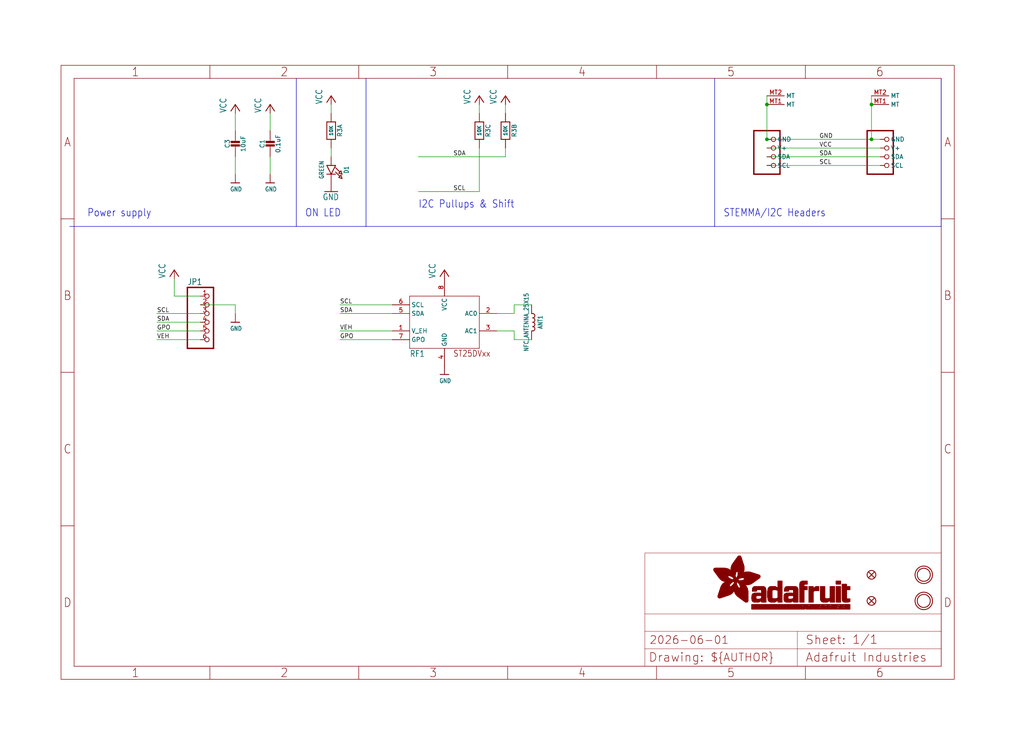
<source format=kicad_sch>
(kicad_sch (version 20230121) (generator eeschema)
  (paper "User" 298.45 217.322)
  (lib_symbols
    (symbol "working-eagle-import:CAP_CERAMIC0603_NO"
      (property "Reference" "C" (at -2.29 1.25 90))
      (symbol "CAP_CERAMIC0603_NO_1_0"
        (pin passive line (at 0 5.08 270) (length 2.54) (name "1") (number "1"))
        (pin passive line (at 0 -2.54 90) (length 2.54) (name "2") (number "2"))
      )
    )
    (symbol "working-eagle-import:CAP_CERAMIC0805-NOOUTLINE"
      (property "Reference" "C" (at -2.29 1.25 90))
      (symbol "CAP_CERAMIC0805-NOOUTLINE_1_0"
        (pin passive line (at 0 5.08 270) (length 2.54) (name "1") (number "1"))
        (pin passive line (at 0 -2.54 90) (length 2.54) (name "2") (number "2"))
      )
    )
    (symbol "working-eagle-import:FIDUCIAL_1MM")
    (symbol "working-eagle-import:FRAME_A4_ADAFRUIT"
      (symbol "FRAME_A4_ADAFRUIT_1_0"
        (text "${#}/${##}" (at 230.505 10.16 0) (effects (font (size 2.54 2.54)) (justify left bottom)))
        (text "${AUTHOR}" (at 189.23 5.08 0) (effects (font (size 2.286 2.286)) (justify left bottom)))
        (text "${CURRENT_DATE}" (at 171.45 10.16 0) (effects (font (size 2.286 2.286)) (justify left bottom)))
        (text "${PROJECTNAME}" (at 171.45 15.24 0) (effects (font (size 2.54 2.54)) (justify left bottom)))
        (text "1" (at 21.6958 1.905 0) (effects (font (size 2.54 2.286))))
        (text "1" (at 21.6958 177.165 0) (effects (font (size 2.54 2.286))))
        (text "2" (at 65.0875 1.905 0) (effects (font (size 2.54 2.286))))
        (text "2" (at 65.0875 177.165 0) (effects (font (size 2.54 2.286))))
        (text "3" (at 108.4792 1.905 0) (effects (font (size 2.54 2.286))))
        (text "3" (at 108.4792 177.165 0) (effects (font (size 2.54 2.286))))
        (text "4" (at 151.8708 1.905 0) (effects (font (size 2.54 2.286))))
        (text "4" (at 151.8708 177.165 0) (effects (font (size 2.54 2.286))))
        (text "5" (at 195.2625 1.905 0) (effects (font (size 2.54 2.286))))
        (text "5" (at 195.2625 177.165 0) (effects (font (size 2.54 2.286))))
        (text "6" (at 238.6542 1.905 0) (effects (font (size 2.54 2.286))))
        (text "6" (at 238.6542 177.165 0) (effects (font (size 2.54 2.286))))
        (text "A" (at 1.905 156.6863 0) (effects (font (size 2.54 2.286))))
        (text "A" (at 258.445 156.6863 0) (effects (font (size 2.54 2.286))))
        (text "Adafruit Industries" (at 216.916 4.953 0) (effects (font (size 2.54 2.54)) (justify left bottom)))
        (text "B" (at 1.905 111.9188 0) (effects (font (size 2.54 2.286))))
        (text "B" (at 258.445 111.9188 0) (effects (font (size 2.54 2.286))))
        (text "C" (at 1.905 67.1513 0) (effects (font (size 2.54 2.286))))
        (text "C" (at 258.445 67.1513 0) (effects (font (size 2.54 2.286))))
        (text "D" (at 1.905 22.3838 0) (effects (font (size 2.54 2.286))))
        (text "D" (at 258.445 22.3838 0) (effects (font (size 2.54 2.286))))
        (text "Drawing:" (at 171.196 4.953 0) (effects (font (size 2.54 2.54)) (justify left bottom)))
        (text "Sheet:" (at 216.916 10.033 0) (effects (font (size 2.54 2.54)) (justify left bottom)))
      )
    )
    (symbol "working-eagle-import:GND" (power)
      (property "Value" "GND" (at -1.524 -2.54 0))
      (symbol "GND_1_0"
        (pin power_in line (at 0 2.54 270) (length 2.54) (name "GND") (number "1"))
      )
    )
    (symbol "working-eagle-import:HEADER-1X670MIL"
      (property "Reference" "JP" (at -6.35 10.795 0))
      (symbol "HEADER-1X670MIL_1_0"
        (pin passive inverted (at -2.54 7.62 0) (length 2.54) (name "1") (number "1"))
        (pin passive inverted (at -2.54 5.08 0) (length 2.54) (name "2") (number "2"))
        (pin passive inverted (at -2.54 2.54 0) (length 2.54) (name "3") (number "3"))
        (pin passive inverted (at -2.54 0 0) (length 2.54) (name "4") (number "4"))
        (pin passive inverted (at -2.54 -2.54 0) (length 2.54) (name "5") (number "5"))
        (pin passive inverted (at -2.54 -5.08 0) (length 2.54) (name "6") (number "6"))
      )
    )
    (symbol "working-eagle-import:LED0603_NOOUTLINE"
      (property "Reference" "D" (at -1.27 4.445 0))
      (symbol "LED0603_NOOUTLINE_1_0"
        (pin passive line (at -5.08 0 0) (length 2.54) (name "A") (number "A"))
        (pin passive line (at 2.54 0 180) (length 2.54) (name "C") (number "C"))
      )
    )
    (symbol "working-eagle-import:MOUNTINGHOLE2.5")
    (symbol "working-eagle-import:NFC_ANTENNA_25X15"
      (property "Reference" "ANT" (at 0 2.54 0))
      (symbol "NFC_ANTENNA_25X15_1_0"
        (pin passive line (at -5.08 0 0) (length 2.54) (name "1") (number "P$1"))
        (pin passive line (at 5.08 0 180) (length 2.54) (name "2") (number "P$2"))
      )
    )
    (symbol "working-eagle-import:RESISTOR_4PACK"
      (property "Reference" "R" (at 0 2.54 0))
      (symbol "RESISTOR_4PACK_1_0"
        (pin passive line (at -5.08 0 0) (length 2.54) (name "1") (number "1"))
        (pin passive line (at 5.08 0 180) (length 2.54) (name "2") (number "8"))
      )
      (symbol "RESISTOR_4PACK_2_0"
        (pin passive line (at -5.08 0 0) (length 2.54) (name "1") (number "2"))
        (pin passive line (at 5.08 0 180) (length 2.54) (name "2") (number "7"))
      )
      (symbol "RESISTOR_4PACK_3_0"
        (pin passive line (at -5.08 0 0) (length 2.54) (name "1") (number "3"))
        (pin passive line (at 5.08 0 180) (length 2.54) (name "2") (number "6"))
      )
      (symbol "RESISTOR_4PACK_4_0"
        (pin passive line (at -5.08 0 0) (length 2.54) (name "1") (number "4"))
        (pin passive line (at 5.08 0 180) (length 2.54) (name "2") (number "5"))
      )
    )
    (symbol "working-eagle-import:ST25DVXX_TSSOP"
      (property "Reference" "RF" (at -10.16 -10.16 0))
      (symbol "ST25DVXX_TSSOP_1_0"
        (text "ST25DVxx" (at 2.54 -10.16 0) (effects (font (size 1.778 1.5113)) (justify left bottom)))
        (pin output line (at -15.24 -2.54 0) (length 5.08) (name "V_EH") (number "1"))
        (pin passive line (at 15.24 2.54 180) (length 5.08) (name "AC0") (number "2"))
        (pin passive line (at 15.24 -2.54 180) (length 5.08) (name "AC1") (number "3"))
        (pin power_in line (at 0 -12.7 90) (length 5.08) (name "GND") (number "4"))
        (pin bidirectional line (at -15.24 2.54 0) (length 5.08) (name "SDA") (number "5"))
        (pin bidirectional line (at -15.24 5.08 0) (length 5.08) (name "SCL") (number "6"))
        (pin output line (at -15.24 -5.08 0) (length 5.08) (name "GPO") (number "7"))
        (pin power_in line (at 0 12.7 270) (length 5.08) (name "VCC") (number "8"))
      )
    )
    (symbol "working-eagle-import:STEMMA_I2C_QT"
      (symbol "STEMMA_I2C_QT_1_0"
        (pin passive inverted (at 0 5.08 0) (length 2.54) (name "GND") (number "1"))
        (pin passive inverted (at 0 2.54 0) (length 2.54) (name "V+") (number "2"))
        (pin passive inverted (at 0 0 0) (length 2.54) (name "SDA") (number "3"))
        (pin passive inverted (at 0 -2.54 0) (length 2.54) (name "SCL") (number "4"))
      )
      (symbol "STEMMA_I2C_QT_2_0"
        (pin bidirectional line (at 0 0 0) (length 5.08) (name "MT") (number "MT1"))
      )
      (symbol "STEMMA_I2C_QT_3_0"
        (pin bidirectional line (at 0 0 0) (length 5.08) (name "MT") (number "MT2"))
      )
    )
    (symbol "working-eagle-import:VCC" (power)
      (property "Value" "VCC" (at -2.54 -2.54 90))
      (symbol "VCC_1_0"
        (pin power_in line (at 0 -2.54 90) (length 2.54) (name "VCC") (number "1"))
      )
    )
    (symbol "working-eagle-import:supply1_GND" (power)
      (property "Value" "supply1_GND" (at -2.54 -2.54 0))
      (symbol "supply1_GND_1_0"
        (pin power_in line (at 0 2.54 270) (length 2.54) (name "GND") (number "1"))
      )
    )
  )
  (junction (at 223.52 40.64))
  (junction (at 254 40.64))
  (junction (at 223.52 30.48))
  (junction (at 254 30.48))
  (wire (pts (xy 154.94 88.9) (xy 149.86 88.9)) (stroke (width 0.1524)))
  (polyline (pts (xy 208.28 22.86) (xy 208.28 66.04)) (stroke (width 0.1524) (type solid)))
  (wire (pts (xy 149.86 99.06) (xy 154.94 99.06)) (stroke (width 0.1524)))
  (wire (pts (xy 58.42 93.98) (xy 45.72 93.98)) (stroke (width 0.1524)))
  (wire (pts (xy 223.52 48.26) (xy 256.54 48.26)) (stroke (width 0.1524)))
  (wire (pts (xy 68.58 88.9) (xy 68.58 91.44)) (stroke (width 0.1524)))
  (wire (pts (xy 144.78 96.52) (xy 149.86 96.52)) (stroke (width 0.1524)))
  (wire (pts (xy 68.58 45.72) (xy 68.58 50.8)) (stroke (width 0.1524)))
  (wire (pts (xy 58.42 91.44) (xy 45.72 91.44)) (stroke (width 0.1524)))
  (wire (pts (xy 99.06 99.06) (xy 114.3 99.06)) (stroke (width 0.1524)))
  (wire (pts (xy 139.7 43.18) (xy 139.7 55.88)) (stroke (width 0.1524)))
  (wire (pts (xy 68.58 33.02) (xy 68.58 38.1)) (stroke (width 0.1524)))
  (wire (pts (xy 114.3 96.52) (xy 99.06 96.52)) (stroke (width 0.1524)))
  (wire (pts (xy 139.7 30.48) (xy 139.7 33.02)) (stroke (width 0.1524)))
  (polyline (pts (xy 208.28 66.04) (xy 274.32 66.04)) (stroke (width 0.1524) (type solid)))
  (wire (pts (xy 114.3 88.9) (xy 99.06 88.9)) (stroke (width 0.1524)))
  (wire (pts (xy 58.42 96.52) (xy 45.72 96.52)) (stroke (width 0.1524)))
  (wire (pts (xy 223.52 27.94) (xy 223.52 30.48)) (stroke (width 0.1524)))
  (polyline (pts (xy 274.32 22.86) (xy 274.32 66.04)) (stroke (width 0.1524) (type solid)))
  (wire (pts (xy 149.86 91.44) (xy 144.78 91.44)) (stroke (width 0.1524)))
  (wire (pts (xy 256.54 40.64) (xy 254 40.64)) (stroke (width 0.1524)))
  (polyline (pts (xy 86.36 22.86) (xy 86.36 66.04)) (stroke (width 0.1524) (type solid)))
  (wire (pts (xy 147.32 45.72) (xy 121.92 45.72)) (stroke (width 0.1524)))
  (wire (pts (xy 78.74 45.72) (xy 78.74 50.8)) (stroke (width 0.1524)))
  (wire (pts (xy 256.54 45.72) (xy 223.52 45.72)) (stroke (width 0.1524)))
  (wire (pts (xy 78.74 33.02) (xy 78.74 38.1)) (stroke (width 0.1524)))
  (wire (pts (xy 147.32 43.18) (xy 147.32 45.72)) (stroke (width 0.1524)))
  (polyline (pts (xy 20.32 66.04) (xy 86.36 66.04)) (stroke (width 0.1524) (type solid)))
  (wire (pts (xy 50.8 86.36) (xy 50.8 81.28)) (stroke (width 0.1524)))
  (wire (pts (xy 147.32 33.02) (xy 147.32 30.48)) (stroke (width 0.1524)))
  (wire (pts (xy 254 30.48) (xy 254 40.64)) (stroke (width 0.1524)))
  (wire (pts (xy 254 27.94) (xy 254 30.48)) (stroke (width 0.1524)))
  (polyline (pts (xy 106.68 22.86) (xy 106.68 66.04)) (stroke (width 0.1524) (type solid)))
  (wire (pts (xy 96.52 30.48) (xy 96.52 33.02)) (stroke (width 0.1524)))
  (wire (pts (xy 149.86 96.52) (xy 149.86 99.06)) (stroke (width 0.1524)))
  (wire (pts (xy 139.7 55.88) (xy 121.92 55.88)) (stroke (width 0.1524)))
  (polyline (pts (xy 86.36 66.04) (xy 106.68 66.04)) (stroke (width 0.1524) (type solid)))
  (wire (pts (xy 223.52 43.18) (xy 256.54 43.18)) (stroke (width 0.1524)))
  (wire (pts (xy 223.52 30.48) (xy 223.52 40.64)) (stroke (width 0.1524)))
  (wire (pts (xy 99.06 91.44) (xy 114.3 91.44)) (stroke (width 0.1524)))
  (wire (pts (xy 58.42 99.06) (xy 45.72 99.06)) (stroke (width 0.1524)))
  (wire (pts (xy 254 40.64) (xy 223.52 40.64)) (stroke (width 0.1524)))
  (polyline (pts (xy 106.68 66.04) (xy 208.28 66.04)) (stroke (width 0.1524) (type solid)))
  (wire (pts (xy 58.42 88.9) (xy 68.58 88.9)) (stroke (width 0.1524)))
  (wire (pts (xy 96.52 45.72) (xy 96.52 43.18)) (stroke (width 0.1524)))
  (wire (pts (xy 58.42 86.36) (xy 50.8 86.36)) (stroke (width 0.1524)))
  (wire (pts (xy 149.86 88.9) (xy 149.86 91.44)) (stroke (width 0.1524)))
  (text "ON LED" (at 88.9 63.5 0) (effects (font (size 2.1844 1.8567)) (justify left bottom)))
  (text "I2C Pullups & Shift" (at 121.92 60.96 0) (effects (font (size 2.1844 1.8567)) (justify left bottom)))
  (text "STEMMA/I2C Headers" (at 210.82 63.5 0) (effects (font (size 2.1844 1.8567)) (justify left bottom)))
  (text "Power supply" (at 25.4 63.5 0) (effects (font (size 2.1844 1.8567)) (justify left bottom)))
  (label "SDA" (at 45.72 93.98 0) (effects (font (size 1.2446 1.2446))))
  (label "SDA" (at 99.06 91.44 0) (effects (font (size 1.2446 1.2446))))
  (label "SCL" (at 132.08 55.88 0) (effects (font (size 1.2446 1.2446))))
  (label "SCL" (at 238.76 48.26 0) (effects (font (size 1.2446 1.2446))))
  (label "VEH" (at 99.06 96.52 0) (effects (font (size 1.2446 1.2446))))
  (label "VCC" (at 238.76 43.18 0) (effects (font (size 1.2446 1.2446))))
  (label "SDA" (at 238.76 45.72 0) (effects (font (size 1.2446 1.2446))))
  (label "GND" (at 238.76 40.64 0) (effects (font (size 1.2446 1.2446))))
  (label "GPO" (at 45.72 96.52 0) (effects (font (size 1.2446 1.2446))))
  (label "SCL" (at 45.72 91.44 0) (effects (font (size 1.2446 1.2446))))
  (label "GPO" (at 99.06 99.06 0) (effects (font (size 1.2446 1.2446))))
  (label "SCL" (at 99.06 88.9 0) (effects (font (size 1.2446 1.2446))))
  (label "SDA" (at 132.08 45.72 0) (effects (font (size 1.2446 1.2446))))
  (label "VEH" (at 45.72 99.06 0) (effects (font (size 1.2446 1.2446))))
  (symbol (lib_id "working-eagle-import:CAP_CERAMIC0603_NO") (at 78.74 43.18 0) (unit 1)
    (property "Reference" "C1" (at 76.45 41.93 90))
    (property "Value" "0.1uF" (at 81.04 41.93 90))
    (property "Footprint" "working:0603-NO" (effects hide))
  )
  (symbol (lib_id "working-eagle-import:CAP_CERAMIC0805-NOOUTLINE") (at 68.58 43.18 0) (unit 1)
    (property "Reference" "C3" (at 66.29 41.93 90))
    (property "Value" "10uF" (at 70.88 41.93 90))
    (property "Footprint" "working:0805-NO" (effects hide))
  )
  (symbol (lib_id "working-eagle-import:GND") (at 78.74 53.34 0) (unit 1)
    (property "Reference" "#U$6" (effects hide))
    (property "Value" "GND" (at 77.216 55.88 0) (effects (font (size 1.27 1.0795)) (justify left bottom)))
  )
  (symbol (lib_id "working-eagle-import:STEMMA_I2C_QT") (at 223.52 27.94 0) (unit 3)
    (property "Reference" "CONN3" (effects hide))
    (property "Value" "STEMMA_I2C_QT" (effects hide))
    (property "Footprint" "working:JST_SH4" (effects hide))
  )
  (symbol (lib_id "working-eagle-import:VCC") (at 96.52 27.94 0) (unit 1)
    (property "Reference" "#P+7" (effects hide))
    (property "Value" "VCC" (at 93.98 30.48 90) (effects (font (size 1.778 1.5113)) (justify left bottom)))
  )
  (symbol (lib_id "working-eagle-import:HEADER-1X670MIL") (at 60.96 93.98 0) (unit 1)
    (property "Reference" "JP1" (at 54.61 83.185 0) (effects (font (size 1.778 1.5113)) (justify left bottom)))
    (property "Value" "HEADER-1X670MIL" (effects hide))
    (property "Footprint" "working:1X06_ROUND_70" (effects hide))
  )
  (symbol (lib_id "working-eagle-import:MOUNTINGHOLE2.5") (at 269.24 167.64 0) (unit 1)
    (property "Reference" "U$19" (effects hide))
    (property "Value" "MOUNTINGHOLE2.5" (effects hide))
    (property "Footprint" "working:MOUNTINGHOLE_2.5_PLATED" (effects hide))
  )
  (symbol (lib_id "working-eagle-import:STEMMA_I2C_QT") (at 254 30.48 0) (unit 2)
    (property "Reference" "CONN4" (effects hide))
    (property "Value" "STEMMA_I2C_QT" (effects hide))
    (property "Footprint" "working:JST_SH4" (effects hide))
  )
  (symbol (lib_id "working-eagle-import:STEMMA_I2C_QT") (at 254 27.94 0) (unit 3)
    (property "Reference" "CONN4" (effects hide))
    (property "Value" "STEMMA_I2C_QT" (effects hide))
    (property "Footprint" "working:JST_SH4" (effects hide))
  )
  (symbol (lib_id "working-eagle-import:supply1_GND") (at 96.52 55.88 0) (unit 1)
    (property "Reference" "#GND6" (effects hide))
    (property "Value" "GND" (at 93.98 58.42 0) (effects (font (size 1.778 1.5113)) (justify left bottom)))
  )
  (symbol (lib_id "working-eagle-import:VCC") (at 50.8 78.74 0) (unit 1)
    (property "Reference" "#P+4" (effects hide))
    (property "Value" "VCC" (at 48.26 81.28 90) (effects (font (size 1.778 1.5113)) (justify left bottom)))
  )
  (symbol (lib_id "working-eagle-import:FRAME_A4_ADAFRUIT") (at 17.78 198.12 0) (unit 1)
    (property "Reference" "#U$18" (effects hide))
    (property "Value" "FRAME_A4_ADAFRUIT" (effects hide))
  )
  (symbol (lib_id "working-eagle-import:VCC") (at 68.58 30.48 0) (unit 1)
    (property "Reference" "#P+3" (effects hide))
    (property "Value" "VCC" (at 66.04 33.02 90) (effects (font (size 1.778 1.5113)) (justify left bottom)))
  )
  (symbol (lib_id "working-eagle-import:RESISTOR_4PACK") (at 139.7 38.1 270) (unit 3)
    (property "Reference" "R3" (at 142.24 38.1 0))
    (property "Value" "10K" (at 139.7 38.1 0) (effects (font (size 1.016 1.016) bold)))
    (property "Footprint" "working:RESPACK_4X0603" (effects hide))
  )
  (symbol (lib_id "working-eagle-import:GND") (at 68.58 93.98 0) (unit 1)
    (property "Reference" "#U$10" (effects hide))
    (property "Value" "GND" (at 67.056 96.52 0) (effects (font (size 1.27 1.0795)) (justify left bottom)))
  )
  (symbol (lib_id "working-eagle-import:STEMMA_I2C_QT") (at 256.54 45.72 0) (unit 1)
    (property "Reference" "CONN4" (effects hide))
    (property "Value" "STEMMA_I2C_QT" (effects hide))
    (property "Footprint" "working:JST_SH4" (effects hide))
  )
  (symbol (lib_id "working-eagle-import:VCC") (at 147.32 27.94 0) (unit 1)
    (property "Reference" "#P+2" (effects hide))
    (property "Value" "VCC" (at 144.78 30.48 90) (effects (font (size 1.778 1.5113)) (justify left bottom)))
  )
  (symbol (lib_id "working-eagle-import:GND") (at 129.54 109.22 0) (unit 1)
    (property "Reference" "#U$2" (effects hide))
    (property "Value" "GND" (at 128.016 111.76 0) (effects (font (size 1.27 1.0795)) (justify left bottom)))
  )
  (symbol (lib_id "working-eagle-import:VCC") (at 129.54 78.74 0) (unit 1)
    (property "Reference" "#P+5" (effects hide))
    (property "Value" "VCC" (at 127 81.28 90) (effects (font (size 1.778 1.5113)) (justify left bottom)))
  )
  (symbol (lib_id "working-eagle-import:FIDUCIAL_1MM") (at 254 167.64 0) (unit 1)
    (property "Reference" "FID4" (effects hide))
    (property "Value" "FIDUCIAL_1MM" (effects hide))
    (property "Footprint" "working:FIDUCIAL_1MM" (effects hide))
  )
  (symbol (lib_id "working-eagle-import:VCC") (at 139.7 27.94 0) (unit 1)
    (property "Reference" "#P+1" (effects hide))
    (property "Value" "VCC" (at 137.16 30.48 90) (effects (font (size 1.778 1.5113)) (justify left bottom)))
  )
  (symbol (lib_id "working-eagle-import:LED0603_NOOUTLINE") (at 96.52 50.8 270) (unit 1)
    (property "Reference" "D1" (at 100.965 49.53 0) (effects (font (size 1.27 1.0795))))
    (property "Value" "GREEN" (at 93.726 49.53 0) (effects (font (size 1.27 1.0795))))
    (property "Footprint" "working:CHIPLED_0603_NOOUTLINE" (effects hide))
  )
  (symbol (lib_id "working-eagle-import:VCC") (at 78.74 30.48 0) (unit 1)
    (property "Reference" "#P+6" (effects hide))
    (property "Value" "VCC" (at 76.2 33.02 90) (effects (font (size 1.778 1.5113)) (justify left bottom)))
  )
  (symbol (lib_id "working-eagle-import:STEMMA_I2C_QT") (at 223.52 30.48 0) (unit 2)
    (property "Reference" "CONN3" (effects hide))
    (property "Value" "STEMMA_I2C_QT" (effects hide))
    (property "Footprint" "working:JST_SH4" (effects hide))
  )
  (symbol (lib_id "working-eagle-import:NFC_ANTENNA_25X15") (at 154.94 93.98 270) (mirror x) (unit 1)
    (property "Reference" "ANT1" (at 157.48 93.98 0) (effects (font (size 1.27 1.0795))))
    (property "Value" "NFC_ANTENNA_25X15" (at 153.4 93.98 0) (effects (font (size 1.27 1.0795))))
    (property "Footprint" "working:NFCANT_25X15" (effects hide))
  )
  (symbol (lib_id "working-eagle-import:FIDUCIAL_1MM") (at 254 175.26 0) (unit 1)
    (property "Reference" "FID3" (effects hide))
    (property "Value" "FIDUCIAL_1MM" (effects hide))
    (property "Footprint" "working:FIDUCIAL_1MM" (effects hide))
  )
  (symbol (lib_id "working-eagle-import:RESISTOR_4PACK") (at 147.32 38.1 270) (unit 2)
    (property "Reference" "R3" (at 149.86 38.1 0))
    (property "Value" "10K" (at 147.32 38.1 0) (effects (font (size 1.016 1.016) bold)))
    (property "Footprint" "working:RESPACK_4X0603" (effects hide))
  )
  (symbol (lib_id "working-eagle-import:GND") (at 68.58 53.34 0) (unit 1)
    (property "Reference" "#U$5" (effects hide))
    (property "Value" "GND" (at 67.056 55.88 0) (effects (font (size 1.27 1.0795)) (justify left bottom)))
  )
  (symbol (lib_id "working-eagle-import:RESISTOR_4PACK") (at 96.52 38.1 270) (unit 1)
    (property "Reference" "R3" (at 99.06 38.1 0))
    (property "Value" "10K" (at 96.52 38.1 0) (effects (font (size 1.016 1.016) bold)))
    (property "Footprint" "working:RESPACK_4X0603" (effects hide))
  )
  (symbol (lib_id "working-eagle-import:ST25DVXX_TSSOP") (at 129.54 93.98 0) (unit 1)
    (property "Reference" "RF1" (at 119.38 104.14 0) (effects (font (size 1.778 1.5113)) (justify left bottom)))
    (property "Value" "ST25DVXX_TSSOP" (effects hide))
    (property "Footprint" "working:TSSOP8-4.4MM" (effects hide))
  )
  (symbol (lib_id "working-eagle-import:MOUNTINGHOLE2.5") (at 269.24 175.26 0) (unit 1)
    (property "Reference" "U$21" (effects hide))
    (property "Value" "MOUNTINGHOLE2.5" (effects hide))
    (property "Footprint" "working:MOUNTINGHOLE_2.5_PLATED" (effects hide))
  )
  (symbol (lib_id "working-eagle-import:STEMMA_I2C_QT") (at 223.52 45.72 0) (unit 1)
    (property "Reference" "CONN3" (effects hide))
    (property "Value" "STEMMA_I2C_QT" (effects hide))
    (property "Footprint" "working:JST_SH4" (effects hide))
  )
)
</source>
